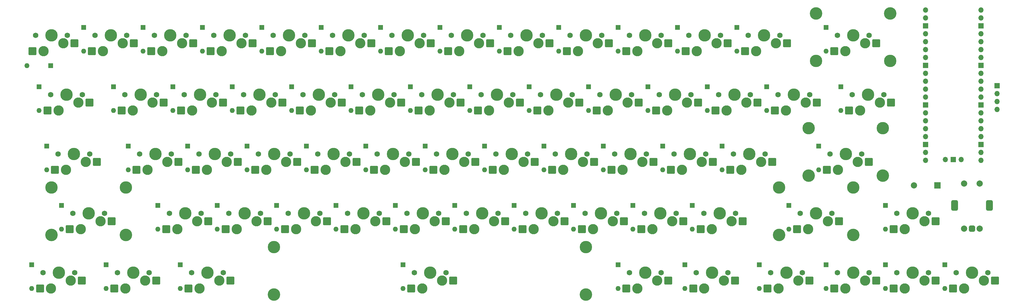
<source format=gbr>
%TF.GenerationSoftware,KiCad,Pcbnew,7.0.8*%
%TF.CreationDate,2024-01-28T12:46:13+07:00*%
%TF.ProjectId,pcb,7063622e-6b69-4636-9164-5f7063625858,rev?*%
%TF.SameCoordinates,Original*%
%TF.FileFunction,Soldermask,Bot*%
%TF.FilePolarity,Negative*%
%FSLAX46Y46*%
G04 Gerber Fmt 4.6, Leading zero omitted, Abs format (unit mm)*
G04 Created by KiCad (PCBNEW 7.0.8) date 2024-01-28 12:46:13*
%MOMM*%
%LPD*%
G01*
G04 APERTURE LIST*
G04 Aperture macros list*
%AMRoundRect*
0 Rectangle with rounded corners*
0 $1 Rounding radius*
0 $2 $3 $4 $5 $6 $7 $8 $9 X,Y pos of 4 corners*
0 Add a 4 corners polygon primitive as box body*
4,1,4,$2,$3,$4,$5,$6,$7,$8,$9,$2,$3,0*
0 Add four circle primitives for the rounded corners*
1,1,$1+$1,$2,$3*
1,1,$1+$1,$4,$5*
1,1,$1+$1,$6,$7*
1,1,$1+$1,$8,$9*
0 Add four rect primitives between the rounded corners*
20,1,$1+$1,$2,$3,$4,$5,0*
20,1,$1+$1,$4,$5,$6,$7,0*
20,1,$1+$1,$6,$7,$8,$9,0*
20,1,$1+$1,$8,$9,$2,$3,0*%
G04 Aperture macros list end*
%ADD10O,1.700000X1.700000*%
%ADD11R,1.700000X1.700000*%
%ADD12C,1.750000*%
%ADD13C,3.987800*%
%ADD14C,3.300000*%
%ADD15RoundRect,0.250000X-1.025000X-1.000000X1.025000X-1.000000X1.025000X1.000000X-1.025000X1.000000X0*%
%ADD16C,2.000000*%
%ADD17R,2.000000X2.000000*%
%ADD18C,4.000000*%
%ADD19RoundRect,0.550000X0.550000X-1.150000X0.550000X1.150000X-0.550000X1.150000X-0.550000X-1.150000X0*%
%ADD20RoundRect,0.500000X0.500000X-0.500000X0.500000X0.500000X-0.500000X0.500000X-0.500000X-0.500000X0*%
%ADD21R,1.600000X1.600000*%
%ADD22O,1.600000X1.600000*%
G04 APERTURE END LIST*
D10*
%TO.C,U1*%
X346550000Y-99565000D03*
X346550000Y-102105000D03*
D11*
X346550000Y-104645000D03*
D10*
X346550000Y-107185000D03*
X346550000Y-109725000D03*
X346550000Y-112265000D03*
X346550000Y-114805000D03*
D11*
X346550000Y-117345000D03*
D10*
X346550000Y-119885000D03*
X346550000Y-122425000D03*
X346550000Y-124965000D03*
X346550000Y-127505000D03*
D11*
X346550000Y-130045000D03*
D10*
X346550000Y-132585000D03*
X346550000Y-135125000D03*
X346550000Y-137665000D03*
X346550000Y-140205000D03*
D11*
X346550000Y-142745000D03*
D10*
X346550000Y-145285000D03*
X346550000Y-147825000D03*
X364330000Y-147825000D03*
X364330000Y-145285000D03*
D11*
X364330000Y-142745000D03*
D10*
X364330000Y-140205000D03*
X364330000Y-137665000D03*
X364330000Y-135125000D03*
X364330000Y-132585000D03*
D11*
X364330000Y-130045000D03*
D10*
X364330000Y-127505000D03*
X364330000Y-124965000D03*
X364330000Y-122425000D03*
X364330000Y-119885000D03*
D11*
X364330000Y-117345000D03*
D10*
X364330000Y-114805000D03*
X364330000Y-112265000D03*
X364330000Y-109725000D03*
X364330000Y-107185000D03*
D11*
X364330000Y-104645000D03*
D10*
X364330000Y-102105000D03*
X364330000Y-99565000D03*
X352900000Y-147595000D03*
D11*
X355440000Y-147595000D03*
D10*
X357980000Y-147595000D03*
%TD*%
D12*
%TO.C,MX14*%
X318297500Y-107690000D03*
D13*
X323377500Y-107690000D03*
D12*
X328457500Y-107690000D03*
D14*
X327187500Y-110230000D03*
D15*
X330737500Y-110230000D03*
X317287500Y-112770000D03*
D14*
X320837500Y-112770000D03*
%TD*%
D16*
%TO.C,BZ1*%
X342840000Y-155860000D03*
D17*
X350440000Y-155860000D03*
%TD*%
D18*
%TO.C,S2*%
X90012500Y-171805000D03*
D13*
X90012500Y-156565000D03*
D18*
X66200000Y-171805000D03*
D13*
X66200000Y-156565000D03*
%TD*%
D16*
%TO.C,en_co1*%
X358975000Y-155315000D03*
X363975000Y-155315000D03*
D19*
X367075000Y-162315000D03*
X355875000Y-162315000D03*
D20*
X361475000Y-169815000D03*
D16*
X363975000Y-169815000D03*
X358975000Y-169815000D03*
%TD*%
D18*
%TO.C,S1*%
X237596250Y-190901950D03*
D13*
X237596250Y-175661950D03*
D18*
X137583750Y-190901950D03*
D13*
X137583750Y-175661950D03*
%TD*%
D18*
%TO.C,S4*%
X332900000Y-152780000D03*
D13*
X332900000Y-137540000D03*
D18*
X309087500Y-152780000D03*
D13*
X309087500Y-137540000D03*
%TD*%
D11*
%TO.C,J1*%
X369525000Y-123890000D03*
D10*
X369525000Y-126430000D03*
X369525000Y-128970000D03*
X369525000Y-131510000D03*
%TD*%
D18*
%TO.C,S5*%
X311460000Y-100700000D03*
D13*
X311460000Y-115940000D03*
D18*
X335272500Y-100700000D03*
D13*
X335272500Y-115940000D03*
%TD*%
D18*
%TO.C,S3*%
X323375000Y-171805000D03*
D13*
X323375000Y-156565000D03*
D18*
X299562500Y-171805000D03*
D13*
X299562500Y-156565000D03*
%TD*%
D12*
%TO.C,MX39*%
X265910000Y-145790000D03*
D13*
X270990000Y-145790000D03*
D12*
X276070000Y-145790000D03*
D14*
X274800000Y-148330000D03*
D15*
X278350000Y-148330000D03*
X264900000Y-150870000D03*
D14*
X268450000Y-150870000D03*
%TD*%
D21*
%TO.C,D59*%
X247972500Y-181340000D03*
D22*
X247972500Y-188960000D03*
%TD*%
D12*
%TO.C,MX56*%
X87316250Y-183890000D03*
D13*
X92396250Y-183890000D03*
D12*
X97476250Y-183890000D03*
D14*
X96206250Y-186430000D03*
D15*
X99756250Y-186430000D03*
X86306250Y-188970000D03*
D14*
X89856250Y-188970000D03*
%TD*%
D21*
%TO.C,D32*%
X128910000Y-143240000D03*
D22*
X128910000Y-150860000D03*
%TD*%
D21*
%TO.C,D36*%
X205110000Y-143240000D03*
D22*
X205110000Y-150860000D03*
%TD*%
D12*
%TO.C,MX46*%
X161135000Y-164840000D03*
D13*
X166215000Y-164840000D03*
D12*
X171295000Y-164840000D03*
D14*
X170025000Y-167380000D03*
D15*
X173575000Y-167380000D03*
X160125000Y-169920000D03*
D14*
X163675000Y-169920000D03*
%TD*%
D12*
%TO.C,MX24*%
X242097500Y-126740000D03*
D13*
X247177500Y-126740000D03*
D12*
X252257500Y-126740000D03*
D14*
X250987500Y-129280000D03*
D15*
X254537500Y-129280000D03*
X241087500Y-131820000D03*
D14*
X244637500Y-131820000D03*
%TD*%
D21*
%TO.C,D14*%
X314647500Y-105140000D03*
D22*
X314647500Y-112760000D03*
%TD*%
D12*
%TO.C,MX17*%
X108747500Y-126740000D03*
D13*
X113827500Y-126740000D03*
D12*
X118907500Y-126740000D03*
D14*
X117637500Y-129280000D03*
D15*
X121187500Y-129280000D03*
X107737500Y-131820000D03*
D14*
X111287500Y-131820000D03*
%TD*%
D22*
%TO.C,D13*%
X286072500Y-112760000D03*
D21*
X286072500Y-105140000D03*
%TD*%
D12*
%TO.C,MX11*%
X251622500Y-107690000D03*
D13*
X256702500Y-107690000D03*
D12*
X261782500Y-107690000D03*
D14*
X260512500Y-110230000D03*
D15*
X264062500Y-110230000D03*
X250612500Y-112770000D03*
D14*
X254162500Y-112770000D03*
%TD*%
D22*
%TO.C,D23*%
X219397500Y-131810000D03*
D21*
X219397500Y-124190000D03*
%TD*%
%TO.C,D8*%
X190822500Y-105140000D03*
D22*
X190822500Y-112760000D03*
%TD*%
%TO.C,D22*%
X200347500Y-131810000D03*
D21*
X200347500Y-124190000D03*
%TD*%
%TO.C,D34*%
X167010000Y-143240000D03*
D22*
X167010000Y-150860000D03*
%TD*%
%TO.C,D17*%
X105097500Y-131810000D03*
D21*
X105097500Y-124190000D03*
%TD*%
%TO.C,D42*%
X69378750Y-162290000D03*
D22*
X69378750Y-169910000D03*
%TD*%
D21*
%TO.C,D50*%
X233685000Y-162290000D03*
D22*
X233685000Y-169910000D03*
%TD*%
D12*
%TO.C,MX12*%
X270672500Y-107690000D03*
D13*
X275752500Y-107690000D03*
D12*
X280832500Y-107690000D03*
D14*
X279562500Y-110230000D03*
D15*
X283112500Y-110230000D03*
X269662500Y-112770000D03*
D14*
X273212500Y-112770000D03*
%TD*%
D21*
%TO.C,D56*%
X83666250Y-181340000D03*
D22*
X83666250Y-188960000D03*
%TD*%
D12*
%TO.C,MX64*%
X356397500Y-183890000D03*
D13*
X361477500Y-183890000D03*
D12*
X366557500Y-183890000D03*
D14*
X365287500Y-186430000D03*
D15*
X368837500Y-186430000D03*
X355387500Y-188970000D03*
D14*
X358937500Y-188970000D03*
%TD*%
D22*
%TO.C,D24*%
X238447500Y-131810000D03*
D21*
X238447500Y-124190000D03*
%TD*%
D12*
%TO.C,MX15*%
X65885000Y-126740000D03*
D13*
X70965000Y-126740000D03*
D12*
X76045000Y-126740000D03*
D14*
X74775000Y-129280000D03*
D15*
X78325000Y-129280000D03*
X64875000Y-131820000D03*
D14*
X68425000Y-131820000D03*
%TD*%
D21*
%TO.C,D41*%
X312266250Y-143240000D03*
D22*
X312266250Y-150860000D03*
%TD*%
D12*
%TO.C,MX45*%
X142085000Y-164840000D03*
D13*
X147165000Y-164840000D03*
D12*
X152245000Y-164840000D03*
D14*
X150975000Y-167380000D03*
D15*
X154525000Y-167380000D03*
X141075000Y-169920000D03*
D14*
X144625000Y-169920000D03*
%TD*%
D12*
%TO.C,MX26*%
X280197500Y-126740000D03*
D13*
X285277500Y-126740000D03*
D12*
X290357500Y-126740000D03*
D14*
X289087500Y-129280000D03*
D15*
X292637500Y-129280000D03*
X279187500Y-131820000D03*
D14*
X282737500Y-131820000D03*
%TD*%
D12*
%TO.C,MX29*%
X68266250Y-145790000D03*
D13*
X73346250Y-145790000D03*
D12*
X78426250Y-145790000D03*
D14*
X77156250Y-148330000D03*
D15*
X80706250Y-148330000D03*
X67256250Y-150870000D03*
D14*
X70806250Y-150870000D03*
%TD*%
D21*
%TO.C,D44*%
X119385000Y-162290000D03*
D22*
X119385000Y-169910000D03*
%TD*%
%TO.C,D20*%
X162247500Y-131810000D03*
D21*
X162247500Y-124190000D03*
%TD*%
%TO.C,D31*%
X109860000Y-143240000D03*
D22*
X109860000Y-150860000D03*
%TD*%
D12*
%TO.C,MX34*%
X170660000Y-145790000D03*
D13*
X175740000Y-145790000D03*
D12*
X180820000Y-145790000D03*
D14*
X179550000Y-148330000D03*
D15*
X183100000Y-148330000D03*
X169650000Y-150870000D03*
D14*
X173200000Y-150870000D03*
%TD*%
D12*
%TO.C,MX49*%
X218285000Y-164840000D03*
D13*
X223365000Y-164840000D03*
D12*
X228445000Y-164840000D03*
D14*
X227175000Y-167380000D03*
D15*
X230725000Y-167380000D03*
X217275000Y-169920000D03*
D14*
X220825000Y-169920000D03*
%TD*%
D12*
%TO.C,MX28*%
X323060000Y-126740000D03*
D13*
X328140000Y-126740000D03*
D12*
X333220000Y-126740000D03*
D14*
X331950000Y-129280000D03*
D15*
X335500000Y-129280000D03*
X322050000Y-131820000D03*
D14*
X325600000Y-131820000D03*
%TD*%
D12*
%TO.C,MX23*%
X223047500Y-126740000D03*
D13*
X228127500Y-126740000D03*
D12*
X233207500Y-126740000D03*
D14*
X231937500Y-129280000D03*
D15*
X235487500Y-129280000D03*
X222037500Y-131820000D03*
D14*
X225587500Y-131820000D03*
%TD*%
D21*
%TO.C,D37*%
X224160000Y-143240000D03*
D22*
X224160000Y-150860000D03*
%TD*%
D21*
%TO.C,D1*%
X65905000Y-117430000D03*
D22*
X58285000Y-117430000D03*
%TD*%
D12*
%TO.C,MX37*%
X227810000Y-145790000D03*
D13*
X232890000Y-145790000D03*
D12*
X237970000Y-145790000D03*
D14*
X236700000Y-148330000D03*
D15*
X240250000Y-148330000D03*
X226800000Y-150870000D03*
D14*
X230350000Y-150870000D03*
%TD*%
D21*
%TO.C,D54*%
X333697500Y-162290000D03*
D22*
X333697500Y-169910000D03*
%TD*%
D12*
%TO.C,MX16*%
X89697500Y-126740000D03*
D13*
X94777500Y-126740000D03*
D12*
X99857500Y-126740000D03*
D14*
X98587500Y-129280000D03*
D15*
X102137500Y-129280000D03*
X88687500Y-131820000D03*
D14*
X92237500Y-131820000D03*
%TD*%
D22*
%TO.C,D25*%
X257497500Y-131810000D03*
D21*
X257497500Y-124190000D03*
%TD*%
%TO.C,D29*%
X64616250Y-143240000D03*
D22*
X64616250Y-150860000D03*
%TD*%
D21*
%TO.C,D45*%
X138435000Y-162290000D03*
D22*
X138435000Y-169910000D03*
%TD*%
D12*
%TO.C,MX42*%
X73028750Y-164840000D03*
D13*
X78108750Y-164840000D03*
D12*
X83188750Y-164840000D03*
D14*
X81918750Y-167380000D03*
D15*
X85468750Y-167380000D03*
X72018750Y-169920000D03*
D14*
X75568750Y-169920000D03*
%TD*%
D12*
%TO.C,MX5*%
X137322500Y-107690000D03*
D13*
X142402500Y-107690000D03*
D12*
X147482500Y-107690000D03*
D14*
X146212500Y-110230000D03*
D15*
X149762500Y-110230000D03*
X136312500Y-112770000D03*
D14*
X139862500Y-112770000D03*
%TD*%
D21*
%TO.C,D49*%
X214635000Y-162290000D03*
D22*
X214635000Y-169910000D03*
%TD*%
D21*
%TO.C,D4*%
X114622500Y-105140000D03*
D22*
X114622500Y-112760000D03*
%TD*%
D12*
%TO.C,MX60*%
X273053750Y-183890000D03*
D13*
X278133750Y-183890000D03*
D12*
X283213750Y-183890000D03*
D14*
X281943750Y-186430000D03*
D15*
X285493750Y-186430000D03*
X272043750Y-188970000D03*
D14*
X275593750Y-188970000D03*
%TD*%
D12*
%TO.C,MX13*%
X289722500Y-107690000D03*
D13*
X294802500Y-107690000D03*
D12*
X299882500Y-107690000D03*
D14*
X298612500Y-110230000D03*
D15*
X302162500Y-110230000D03*
X288712500Y-112770000D03*
D14*
X292262500Y-112770000D03*
%TD*%
D21*
%TO.C,D15*%
X62235000Y-124190000D03*
D22*
X62235000Y-131810000D03*
%TD*%
D12*
%TO.C,MX21*%
X184947500Y-126740000D03*
D13*
X190027500Y-126740000D03*
D12*
X195107500Y-126740000D03*
D14*
X193837500Y-129280000D03*
D15*
X197387500Y-129280000D03*
X183937500Y-131820000D03*
D14*
X187487500Y-131820000D03*
%TD*%
D21*
%TO.C,D39*%
X262260000Y-143240000D03*
D22*
X262260000Y-150860000D03*
%TD*%
D21*
%TO.C,D64*%
X352747500Y-181340000D03*
D22*
X352747500Y-188960000D03*
%TD*%
D12*
%TO.C,MX22*%
X203997500Y-126740000D03*
D13*
X209077500Y-126740000D03*
D12*
X214157500Y-126740000D03*
D14*
X212887500Y-129280000D03*
D15*
X216437500Y-129280000D03*
X202987500Y-131820000D03*
D14*
X206537500Y-131820000D03*
%TD*%
D12*
%TO.C,MX38*%
X246860000Y-145790000D03*
D13*
X251940000Y-145790000D03*
D12*
X257020000Y-145790000D03*
D14*
X255750000Y-148330000D03*
D15*
X259300000Y-148330000D03*
X245850000Y-150870000D03*
D14*
X249400000Y-150870000D03*
%TD*%
D12*
%TO.C,MX63*%
X337347500Y-183890000D03*
D13*
X342427500Y-183890000D03*
D12*
X347507500Y-183890000D03*
D14*
X346237500Y-186430000D03*
D15*
X349787500Y-186430000D03*
X336337500Y-188970000D03*
D14*
X339887500Y-188970000D03*
%TD*%
D22*
%TO.C,D27*%
X295597500Y-131810000D03*
D21*
X295597500Y-124190000D03*
%TD*%
%TO.C,D40*%
X281310000Y-143240000D03*
D22*
X281310000Y-150860000D03*
%TD*%
D21*
%TO.C,D9*%
X209872500Y-105140000D03*
D22*
X209872500Y-112760000D03*
%TD*%
D12*
%TO.C,MX27*%
X299247500Y-126740000D03*
D13*
X304327500Y-126740000D03*
D12*
X309407500Y-126740000D03*
D14*
X308137500Y-129280000D03*
D15*
X311687500Y-129280000D03*
X298237500Y-131820000D03*
D14*
X301787500Y-131820000D03*
%TD*%
D21*
%TO.C,D58*%
X178916250Y-181340000D03*
D22*
X178916250Y-188960000D03*
%TD*%
D12*
%TO.C,MX57*%
X111128750Y-183890000D03*
D13*
X116208750Y-183890000D03*
D12*
X121288750Y-183890000D03*
D14*
X120018750Y-186430000D03*
D15*
X123568750Y-186430000D03*
X110118750Y-188970000D03*
D14*
X113668750Y-188970000D03*
%TD*%
D21*
%TO.C,D57*%
X107478750Y-181340000D03*
D22*
X107478750Y-188960000D03*
%TD*%
D12*
%TO.C,MX3*%
X99222500Y-107690000D03*
D13*
X104302500Y-107690000D03*
D12*
X109382500Y-107690000D03*
D14*
X108112500Y-110230000D03*
D15*
X111662500Y-110230000D03*
X98212500Y-112770000D03*
D14*
X101762500Y-112770000D03*
%TD*%
D12*
%TO.C,MX18*%
X127797500Y-126740000D03*
D13*
X132877500Y-126740000D03*
D12*
X137957500Y-126740000D03*
D14*
X136687500Y-129280000D03*
D15*
X140237500Y-129280000D03*
X126787500Y-131820000D03*
D14*
X130337500Y-131820000D03*
%TD*%
D22*
%TO.C,D12*%
X267022500Y-112760000D03*
D21*
X267022500Y-105140000D03*
%TD*%
D22*
%TO.C,D21*%
X181297500Y-131810000D03*
D21*
X181297500Y-124190000D03*
%TD*%
%TO.C,D48*%
X195585000Y-162290000D03*
D22*
X195585000Y-169910000D03*
%TD*%
D21*
%TO.C,D60*%
X269403750Y-181340000D03*
D22*
X269403750Y-188960000D03*
%TD*%
D12*
%TO.C,MX6*%
X156372500Y-107690000D03*
D13*
X161452500Y-107690000D03*
D12*
X166532500Y-107690000D03*
D14*
X165262500Y-110230000D03*
D15*
X168812500Y-110230000D03*
X155362500Y-112770000D03*
D14*
X158912500Y-112770000D03*
%TD*%
D12*
%TO.C,MX44*%
X123035000Y-164840000D03*
D13*
X128115000Y-164840000D03*
D12*
X133195000Y-164840000D03*
D14*
X131925000Y-167380000D03*
D15*
X135475000Y-167380000D03*
X122025000Y-169920000D03*
D14*
X125575000Y-169920000D03*
%TD*%
D21*
%TO.C,D35*%
X186060000Y-143240000D03*
D22*
X186060000Y-150860000D03*
%TD*%
D12*
%TO.C,MX10*%
X232572500Y-107690000D03*
D13*
X237652500Y-107690000D03*
D12*
X242732500Y-107690000D03*
D14*
X241462500Y-110230000D03*
D15*
X245012500Y-110230000D03*
X231562500Y-112770000D03*
D14*
X235112500Y-112770000D03*
%TD*%
D12*
%TO.C,MX40*%
X284960000Y-145790000D03*
D13*
X290040000Y-145790000D03*
D12*
X295120000Y-145790000D03*
D14*
X293850000Y-148330000D03*
D15*
X297400000Y-148330000D03*
X283950000Y-150870000D03*
D14*
X287500000Y-150870000D03*
%TD*%
D12*
%TO.C,MX41*%
X315916250Y-145790000D03*
D13*
X320996250Y-145790000D03*
D12*
X326076250Y-145790000D03*
D14*
X324806250Y-148330000D03*
D15*
X328356250Y-148330000D03*
X314906250Y-150870000D03*
D14*
X318456250Y-150870000D03*
%TD*%
D12*
%TO.C,MX54*%
X337347500Y-164840000D03*
D13*
X342427500Y-164840000D03*
D12*
X347507500Y-164840000D03*
D14*
X346237500Y-167380000D03*
D15*
X349787500Y-167380000D03*
X336337500Y-169920000D03*
D14*
X339887500Y-169920000D03*
%TD*%
D12*
%TO.C,MX2*%
X80172500Y-107690000D03*
D13*
X85252500Y-107690000D03*
D12*
X90332500Y-107690000D03*
D14*
X89062500Y-110230000D03*
D15*
X92612500Y-110230000D03*
X79162500Y-112770000D03*
D14*
X82712500Y-112770000D03*
%TD*%
D21*
%TO.C,D55*%
X59853750Y-181340000D03*
D22*
X59853750Y-188960000D03*
%TD*%
D12*
%TO.C,MX7*%
X175422500Y-107690000D03*
D13*
X180502500Y-107690000D03*
D12*
X185582500Y-107690000D03*
D14*
X184312500Y-110230000D03*
D15*
X187862500Y-110230000D03*
X174412500Y-112770000D03*
D14*
X177962500Y-112770000D03*
%TD*%
D21*
%TO.C,D6*%
X152722500Y-105140000D03*
D22*
X152722500Y-112760000D03*
%TD*%
D12*
%TO.C,MX9*%
X213522500Y-107690000D03*
D13*
X218602500Y-107690000D03*
D12*
X223682500Y-107690000D03*
D14*
X222412500Y-110230000D03*
D15*
X225962500Y-110230000D03*
X212512500Y-112770000D03*
D14*
X216062500Y-112770000D03*
%TD*%
D21*
%TO.C,D33*%
X147960000Y-143240000D03*
D22*
X147960000Y-150860000D03*
%TD*%
D21*
%TO.C,D30*%
X90810000Y-143240000D03*
D22*
X90810000Y-150860000D03*
%TD*%
D12*
%TO.C,MX35*%
X189710000Y-145790000D03*
D13*
X194790000Y-145790000D03*
D12*
X199870000Y-145790000D03*
D14*
X198600000Y-148330000D03*
D15*
X202150000Y-148330000D03*
X188700000Y-150870000D03*
D14*
X192250000Y-150870000D03*
%TD*%
D12*
%TO.C,MX31*%
X113510000Y-145790000D03*
D13*
X118590000Y-145790000D03*
D12*
X123670000Y-145790000D03*
D14*
X122400000Y-148330000D03*
D15*
X125950000Y-148330000D03*
X112500000Y-150870000D03*
D14*
X116050000Y-150870000D03*
%TD*%
D21*
%TO.C,D7*%
X171772500Y-105140000D03*
D22*
X171772500Y-112760000D03*
%TD*%
D21*
%TO.C,D43*%
X100335000Y-162290000D03*
D22*
X100335000Y-169910000D03*
%TD*%
D21*
%TO.C,D51*%
X252735000Y-162290000D03*
D22*
X252735000Y-169910000D03*
%TD*%
%TO.C,D19*%
X143197500Y-131810000D03*
D21*
X143197500Y-124190000D03*
%TD*%
%TO.C,D47*%
X176535000Y-162290000D03*
D22*
X176535000Y-169910000D03*
%TD*%
D12*
%TO.C,MX58*%
X182566250Y-183890000D03*
D13*
X187646250Y-183890000D03*
D12*
X192726250Y-183890000D03*
D14*
X191456250Y-186430000D03*
D15*
X195006250Y-186430000D03*
X181556250Y-188970000D03*
D14*
X185106250Y-188970000D03*
%TD*%
D12*
%TO.C,MX53*%
X306391250Y-164840000D03*
D13*
X311471250Y-164840000D03*
D12*
X316551250Y-164840000D03*
D14*
X315281250Y-167380000D03*
D15*
X318831250Y-167380000D03*
X305381250Y-169920000D03*
D14*
X308931250Y-169920000D03*
%TD*%
D12*
%TO.C,MX20*%
X165897500Y-126740000D03*
D13*
X170977500Y-126740000D03*
D12*
X176057500Y-126740000D03*
D14*
X174787500Y-129280000D03*
D15*
X178337500Y-129280000D03*
X164887500Y-131820000D03*
D14*
X168437500Y-131820000D03*
%TD*%
D12*
%TO.C,MX32*%
X132560000Y-145790000D03*
D13*
X137640000Y-145790000D03*
D12*
X142720000Y-145790000D03*
D14*
X141450000Y-148330000D03*
D15*
X145000000Y-148330000D03*
X131550000Y-150870000D03*
D14*
X135100000Y-150870000D03*
%TD*%
D21*
%TO.C,D38*%
X243210000Y-143240000D03*
D22*
X243210000Y-150860000D03*
%TD*%
D12*
%TO.C,MX19*%
X146847500Y-126740000D03*
D13*
X151927500Y-126740000D03*
D12*
X157007500Y-126740000D03*
D14*
X155737500Y-129280000D03*
D15*
X159287500Y-129280000D03*
X145837500Y-131820000D03*
D14*
X149387500Y-131820000D03*
%TD*%
D21*
%TO.C,D53*%
X302741250Y-162290000D03*
D22*
X302741250Y-169910000D03*
%TD*%
D12*
%TO.C,MX50*%
X237335000Y-164840000D03*
D13*
X242415000Y-164840000D03*
D12*
X247495000Y-164840000D03*
D14*
X246225000Y-167380000D03*
D15*
X249775000Y-167380000D03*
X236325000Y-169920000D03*
D14*
X239875000Y-169920000D03*
%TD*%
D12*
%TO.C,MX1*%
X61122500Y-107690000D03*
D13*
X66202500Y-107690000D03*
D12*
X71282500Y-107690000D03*
D14*
X70012500Y-110230000D03*
D15*
X73562500Y-110230000D03*
X60112500Y-112770000D03*
D14*
X63662500Y-112770000D03*
%TD*%
D12*
%TO.C,MX55*%
X63503750Y-183890000D03*
D13*
X68583750Y-183890000D03*
D12*
X73663750Y-183890000D03*
D14*
X72393750Y-186430000D03*
D15*
X75943750Y-186430000D03*
X62493750Y-188970000D03*
D14*
X66043750Y-188970000D03*
%TD*%
D12*
%TO.C,MX62*%
X318297500Y-183890000D03*
D13*
X323377500Y-183890000D03*
D12*
X328457500Y-183890000D03*
D14*
X327187500Y-186430000D03*
D15*
X330737500Y-186430000D03*
X317287500Y-188970000D03*
D14*
X320837500Y-188970000D03*
%TD*%
D21*
%TO.C,D63*%
X333697500Y-181340000D03*
D22*
X333697500Y-188960000D03*
%TD*%
D12*
%TO.C,MX25*%
X261147500Y-126740000D03*
D13*
X266227500Y-126740000D03*
D12*
X271307500Y-126740000D03*
D14*
X270037500Y-129280000D03*
D15*
X273587500Y-129280000D03*
X260137500Y-131820000D03*
D14*
X263687500Y-131820000D03*
%TD*%
D21*
%TO.C,D28*%
X319410000Y-124190000D03*
D22*
X319410000Y-131810000D03*
%TD*%
D12*
%TO.C,MX51*%
X256385000Y-164840000D03*
D13*
X261465000Y-164840000D03*
D12*
X266545000Y-164840000D03*
D14*
X265275000Y-167380000D03*
D15*
X268825000Y-167380000D03*
X255375000Y-169920000D03*
D14*
X258925000Y-169920000D03*
%TD*%
D12*
%TO.C,MX8*%
X194472500Y-107690000D03*
D13*
X199552500Y-107690000D03*
D12*
X204632500Y-107690000D03*
D14*
X203362500Y-110230000D03*
D15*
X206912500Y-110230000D03*
X193462500Y-112770000D03*
D14*
X197012500Y-112770000D03*
%TD*%
D21*
%TO.C,D2*%
X76522500Y-105140000D03*
D22*
X76522500Y-112760000D03*
%TD*%
D12*
%TO.C,MX52*%
X275435000Y-164840000D03*
D13*
X280515000Y-164840000D03*
D12*
X285595000Y-164840000D03*
D14*
X284325000Y-167380000D03*
D15*
X287875000Y-167380000D03*
X274425000Y-169920000D03*
D14*
X277975000Y-169920000D03*
%TD*%
D12*
%TO.C,MX33*%
X151610000Y-145790000D03*
D13*
X156690000Y-145790000D03*
D12*
X161770000Y-145790000D03*
D14*
X160500000Y-148330000D03*
D15*
X164050000Y-148330000D03*
X150600000Y-150870000D03*
D14*
X154150000Y-150870000D03*
%TD*%
D21*
%TO.C,D62*%
X314647500Y-181340000D03*
D22*
X314647500Y-188960000D03*
%TD*%
D21*
%TO.C,D16*%
X86047500Y-124190000D03*
D22*
X86047500Y-131810000D03*
%TD*%
D12*
%TO.C,MX47*%
X180185000Y-164840000D03*
D13*
X185265000Y-164840000D03*
D12*
X190345000Y-164840000D03*
D14*
X189075000Y-167380000D03*
D15*
X192625000Y-167380000D03*
X179175000Y-169920000D03*
D14*
X182725000Y-169920000D03*
%TD*%
D12*
%TO.C,MX43*%
X103985000Y-164840000D03*
D13*
X109065000Y-164840000D03*
D12*
X114145000Y-164840000D03*
D14*
X112875000Y-167380000D03*
D15*
X116425000Y-167380000D03*
X102975000Y-169920000D03*
D14*
X106525000Y-169920000D03*
%TD*%
D22*
%TO.C,D26*%
X276547500Y-131810000D03*
D21*
X276547500Y-124190000D03*
%TD*%
D12*
%TO.C,MX59*%
X251622500Y-183890000D03*
D13*
X256702500Y-183890000D03*
D12*
X261782500Y-183890000D03*
D14*
X260512500Y-186430000D03*
D15*
X264062500Y-186430000D03*
X250612500Y-188970000D03*
D14*
X254162500Y-188970000D03*
%TD*%
D22*
%TO.C,D11*%
X247972500Y-112760000D03*
D21*
X247972500Y-105140000D03*
%TD*%
%TO.C,D46*%
X157485000Y-162290000D03*
D22*
X157485000Y-169910000D03*
%TD*%
D21*
%TO.C,D10*%
X228922500Y-105140000D03*
D22*
X228922500Y-112760000D03*
%TD*%
D12*
%TO.C,MX48*%
X199235000Y-164840000D03*
D13*
X204315000Y-164840000D03*
D12*
X209395000Y-164840000D03*
D14*
X208125000Y-167380000D03*
D15*
X211675000Y-167380000D03*
X198225000Y-169920000D03*
D14*
X201775000Y-169920000D03*
%TD*%
D12*
%TO.C,MX36*%
X208760000Y-145790000D03*
D13*
X213840000Y-145790000D03*
D12*
X218920000Y-145790000D03*
D14*
X217650000Y-148330000D03*
D15*
X221200000Y-148330000D03*
X207750000Y-150870000D03*
D14*
X211300000Y-150870000D03*
%TD*%
D12*
%TO.C,MX4*%
X118272500Y-107690000D03*
D13*
X123352500Y-107690000D03*
D12*
X128432500Y-107690000D03*
D14*
X127162500Y-110230000D03*
D15*
X130712500Y-110230000D03*
X117262500Y-112770000D03*
D14*
X120812500Y-112770000D03*
%TD*%
D12*
%TO.C,MX30*%
X94460000Y-145790000D03*
D13*
X99540000Y-145790000D03*
D12*
X104620000Y-145790000D03*
D14*
X103350000Y-148330000D03*
D15*
X106900000Y-148330000D03*
X93450000Y-150870000D03*
D14*
X97000000Y-150870000D03*
%TD*%
D21*
%TO.C,D61*%
X293216250Y-181340000D03*
D22*
X293216250Y-188960000D03*
%TD*%
D12*
%TO.C,MX61*%
X296866250Y-183890000D03*
D13*
X301946250Y-183890000D03*
D12*
X307026250Y-183890000D03*
D14*
X305756250Y-186430000D03*
D15*
X309306250Y-186430000D03*
X295856250Y-188970000D03*
D14*
X299406250Y-188970000D03*
%TD*%
D21*
%TO.C,D52*%
X271785000Y-162290000D03*
D22*
X271785000Y-169910000D03*
%TD*%
D21*
%TO.C,D5*%
X133672500Y-105140000D03*
D22*
X133672500Y-112760000D03*
%TD*%
D21*
%TO.C,D3*%
X95572500Y-105140000D03*
D22*
X95572500Y-112760000D03*
%TD*%
%TO.C,D18*%
X124147500Y-131810000D03*
D21*
X124147500Y-124190000D03*
%TD*%
M02*

</source>
